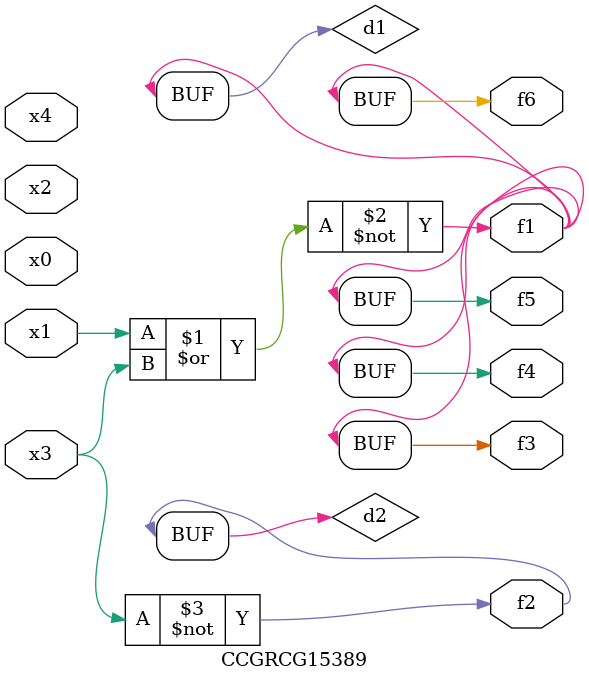
<source format=v>
module CCGRCG15389(
	input x0, x1, x2, x3, x4,
	output f1, f2, f3, f4, f5, f6
);

	wire d1, d2;

	nor (d1, x1, x3);
	not (d2, x3);
	assign f1 = d1;
	assign f2 = d2;
	assign f3 = d1;
	assign f4 = d1;
	assign f5 = d1;
	assign f6 = d1;
endmodule

</source>
